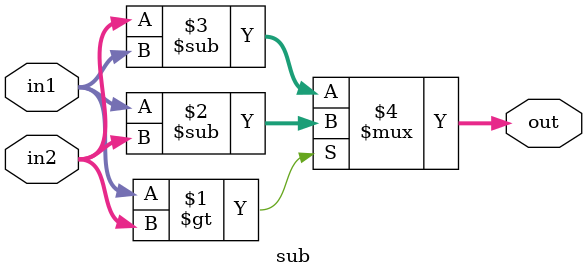
<source format=v>
`timescale 1ns / 1ps

module sub(in1,in2,out);

	input [4:0]in1;
	input [4:0]in2;
	output [31:0]out;

	assign out=(in1>in2)?(in1-in2):(in2-in1);

endmodule

</source>
